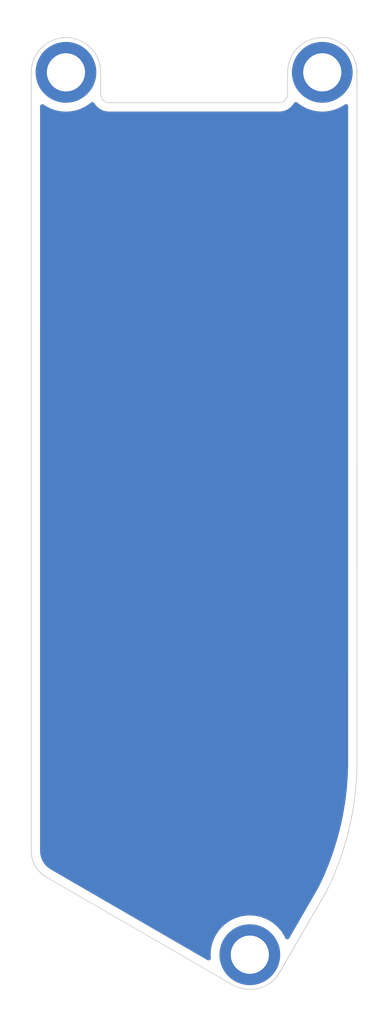
<source format=kicad_pcb>
(kicad_pcb (version 20211014) (generator pcbnew)
  (title_block (title "Howarya?") (date "2022-08-05") (rev "0.2.2") (company "jmnw"))
  (layers (0 "F.Cu" signal) (31 "B.Cu" signal) (34 "B.Paste" user) (35 "F.Paste" user) (36 "B.SilkS" user "B.Silkscreen") (37 "F.SilkS" user "F.Silkscreen") (38 "B.Mask" user) (39 "F.Mask" user) (44 "Edge.Cuts" user))
  (net 0 "")
  (footprint "swoop:M2_hole_3.5mm" (layer "F.Cu") (at 174.287202 87.982996)
    (fp_text reference "Ref**" hide)
    (fp_text value "Val**" hide)
    (pad "" thru_hole circle (at 0 0) (size 3.5 3.5) (drill 2.2) (layers *.Cu *.Mask))
  )
  (footprint "swoop:M2_hole_3.5mm" (layer "F.Cu") (at 159.505877 87.983451)
    (fp_text reference "Ref**" hide)
    (fp_text value "Val**" hide)
    (pad "" thru_hole circle (at 0 0) (size 3.5 3.5) (drill 2.2) (layers *.Cu *.Mask))
  )
  (footprint "swoop:M2_hole_3.5mm" (layer "F.Cu") (at 170.10976 138.764741)
    (fp_text reference "Ref**" hide)
    (fp_text value "Val**" hide)
    (pad "" thru_hole circle (at 0 0) (size 3.5 3.5) (drill 2.2) (layers *.Cu *.Mask))
  )
  (gr_line (start 162.005989 89.733337) (end 171.786833 89.732736) (layer "Edge.Cuts") (width 0.05))
  (gr_line (start 176.287135 87.982959) (end 176.28682 127.767725) (layer "Edge.Cuts") (width 0.05))
  (gr_arc (start 159.505823 85.983273) (mid 160.920075 86.569115) (end 161.50581 87.98341) (layer "Edge.Cuts") (width 0.05))
  (gr_arc (start 162.005989 89.733337) (mid 161.652432 89.586894) (end 161.505982 89.23334) (layer "Edge.Cuts") (width 0.05))
  (gr_line (start 161.50581 87.98341) (end 161.505982 89.23334) (layer "Edge.Cuts") (width 0.05))
  (gr_arc (start 157.505686 87.98326) (mid 158.091544 86.569025) (end 159.505823 85.983273) (layer "Edge.Cuts") (width 0.05))
  (gr_line (start 172.286838 89.232738) (end 172.287011 87.98281) (layer "Edge.Cuts") (width 0.05))
  (gr_line (start 169.110215 140.496502) (end 158.371881 134.295031) (layer "Edge.Cuts") (width 0.05))
  (gr_arc (start 171.842378 139.764532) (mid 170.627893 140.696366) (end 169.110215 140.496502) (layer "Edge.Cuts") (width 0.05))
  (gr_arc (start 172.286838 89.232738) (mid 172.140389 89.586292) (end 171.786833 89.732736) (layer "Edge.Cuts") (width 0.05))
  (gr_arc (start 174.287148 85.982823) (mid 175.701399 86.568664) (end 176.287135 87.982959) (layer "Edge.Cuts") (width 0.05))
  (gr_arc (start 176.28682 127.767725) (mid 175.829733 131.529076) (end 174.540128 135.091885) (layer "Edge.Cuts") (width 0.05))
  (gr_arc (start 158.371881 134.295031) (mid 157.737796 133.661165) (end 157.505595 132.795179) (layer "Edge.Cuts") (width 0.05))
  (gr_line (start 171.842378 139.764532) (end 174.540128 135.091885) (layer "Edge.Cuts") (width 0.05))
  (gr_line (start 157.505686 87.98326) (end 157.505595 132.795179) (layer "Edge.Cuts") (width 0.05))
  (gr_arc (start 172.287011 87.98281) (mid 172.872853 86.568559) (end 174.287148 85.982823) (layer "Edge.Cuts") (width 0.05))
  (zone (net 0) (net_name "") (layers F&B.Cu) (connect_pads (clearance 0.508)) (min_thickness 0.254) (fill yes (thermal_gap 0.508) (thermal_bridge_width 0.508))
    (polygon (pts (xy 178.308 142.748) (xy 155.702 142.748) (xy 155.702 83.82) (xy 178.308 83.82)))
  )
)
</source>
